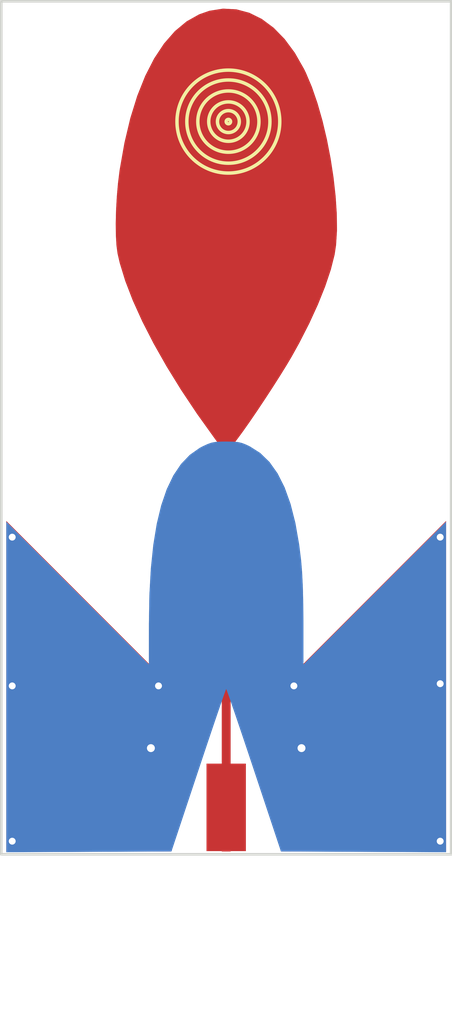
<source format=kicad_pcb>
(kicad_pcb (version 4) (host pcbnew 4.0.7)

  (general
    (links 0)
    (no_connects 0)
    (area 12.116999 129.718999 38.429001 179.399001)
    (thickness 1.6)
    (drawings 10)
    (tracks 8)
    (zones 0)
    (modules 3)
    (nets 1)
  )

  (page A4)
  (layers
    (0 F.Cu signal)
    (31 B.Cu signal)
    (32 B.Adhes user)
    (33 F.Adhes user)
    (34 B.Paste user)
    (35 F.Paste user)
    (36 B.SilkS user)
    (37 F.SilkS user)
    (38 B.Mask user)
    (39 F.Mask user)
    (40 Dwgs.User user)
    (41 Cmts.User user)
    (42 Eco1.User user)
    (43 Eco2.User user)
    (44 Edge.Cuts user)
    (45 Margin user)
    (46 B.CrtYd user)
    (47 F.CrtYd user)
    (48 B.Fab user)
    (49 F.Fab user)
  )

  (setup
    (last_trace_width 0.25)
    (trace_clearance 0.2)
    (zone_clearance 0.508)
    (zone_45_only yes)
    (trace_min 0.2)
    (segment_width 0.2)
    (edge_width 0.15)
    (via_size 0.6)
    (via_drill 0.4)
    (via_min_size 0.4)
    (via_min_drill 0.3)
    (uvia_size 0.3)
    (uvia_drill 0.1)
    (uvias_allowed no)
    (uvia_min_size 0.2)
    (uvia_min_drill 0.1)
    (pcb_text_width 0.3)
    (pcb_text_size 1.5 1.5)
    (mod_edge_width 0.15)
    (mod_text_size 1 1)
    (mod_text_width 0.15)
    (pad_size 1.524 1.524)
    (pad_drill 0.762)
    (pad_to_mask_clearance 0.2)
    (aux_axis_origin 0 0)
    (visible_elements FFFFFF7F)
    (pcbplotparams
      (layerselection 0x00030_80000001)
      (usegerberextensions false)
      (excludeedgelayer true)
      (linewidth 0.100000)
      (plotframeref false)
      (viasonmask false)
      (mode 1)
      (useauxorigin false)
      (hpglpennumber 1)
      (hpglpenspeed 20)
      (hpglpendiameter 15)
      (hpglpenoverlay 2)
      (psnegative false)
      (psa4output false)
      (plotreference true)
      (plotvalue true)
      (plotinvisibletext false)
      (padsonsilk false)
      (subtractmaskfromsilk false)
      (outputformat 1)
      (mirror false)
      (drillshape 1)
      (scaleselection 1)
      (outputdirectory ""))
  )

  (net 0 "")

  (net_class Default "This is the default net class."
    (clearance 0.2)
    (trace_width 0.25)
    (via_dia 0.6)
    (via_drill 0.4)
    (uvia_dia 0.3)
    (uvia_drill 0.1)
  )

  (module Desktop:58antenna1 (layer F.Cu) (tedit 0) (tstamp 5B0F8F28)
    (at 25.273 154.686)
    (fp_text reference Y* (at 0 0) (layer F.SilkS) hide
      (effects (font (thickness 0.3)))
    )
    (fp_text value Antenna (at 0.75 0) (layer F.SilkS) hide
      (effects (font (thickness 0.3)))
    )
    (fp_poly (pts (xy -8.001 10.075334) (xy -3.217333 14.858438) (xy -3.217333 24.468667) (xy -12.784666 24.468667)
      (xy -12.784666 5.292229) (xy -8.001 10.075334)) (layer F.Cu) (width 0.01))
    (fp_poly (pts (xy 0.592856 -24.421328) (xy 1.345827 -24.220438) (xy 2.068726 -23.863306) (xy 2.754895 -23.354196)
      (xy 3.397672 -22.697371) (xy 3.9904 -21.897094) (xy 4.526419 -20.957628) (xy 4.628428 -20.748791)
      (xy 4.980713 -19.917985) (xy 5.305209 -18.977328) (xy 5.597637 -17.953857) (xy 5.853717 -16.874606)
      (xy 6.06917 -15.76661) (xy 6.239715 -14.656903) (xy 6.361073 -13.572521) (xy 6.428965 -12.540498)
      (xy 6.43911 -11.587868) (xy 6.387229 -10.741668) (xy 6.301906 -10.177597) (xy 6.081251 -9.308913)
      (xy 5.755192 -8.338089) (xy 5.333137 -7.287452) (xy 4.824493 -6.17933) (xy 4.23867 -5.036047)
      (xy 3.812435 -4.269786) (xy 3.513389 -3.766176) (xy 3.139094 -3.162668) (xy 2.713877 -2.496325)
      (xy 2.262069 -1.804207) (xy 1.807999 -1.123376) (xy 1.375995 -0.490893) (xy 0.990386 0.056179)
      (xy 0.814995 0.296334) (xy 0.24919 1.058334) (xy 0.928928 1.082924) (xy 1.608667 1.107515)
      (xy 1.608667 4.318) (xy -1.100666 4.318) (xy -1.100666 6.519334) (xy 1.608667 6.519334)
      (xy 1.608667 9.736667) (xy -1.100666 9.736667) (xy -1.100666 11.938) (xy 1.608667 11.938)
      (xy 1.608667 15.155334) (xy 0.254 15.155334) (xy 0.254 24.468667) (xy -0.254 24.468667)
      (xy -0.254 14.647334) (xy 1.100667 14.647334) (xy 1.100667 12.446) (xy -1.608666 12.446)
      (xy -1.608666 9.228667) (xy 1.100667 9.228667) (xy 1.100667 7.027334) (xy -1.608666 7.027334)
      (xy -1.608666 3.81) (xy 1.100667 3.81) (xy 1.100667 1.608667) (xy 0.550334 1.608667)
      (xy 0.224936 1.596925) (xy 0.048098 1.559144) (xy 0 1.49935) (xy -0.048206 1.39435)
      (xy -0.180318 1.182936) (xy -0.377575 0.893351) (xy -0.621217 0.553843) (xy -0.688878 0.462183)
      (xy -1.694968 -0.940377) (xy -2.623623 -2.331033) (xy -3.468039 -3.696835) (xy -4.221414 -5.024834)
      (xy -4.876943 -6.302083) (xy -5.427823 -7.515632) (xy -5.86725 -8.652534) (xy -6.188421 -9.699839)
      (xy -6.314549 -10.244666) (xy -6.377401 -10.706293) (xy -6.41242 -11.300211) (xy -6.420489 -11.991829)
      (xy -6.40249 -12.746559) (xy -6.359305 -13.52981) (xy -6.291818 -14.306993) (xy -6.200912 -15.043517)
      (xy -6.190257 -15.115667) (xy -5.91369 -16.675287) (xy -5.573128 -18.103959) (xy -5.170638 -19.398026)
      (xy -4.708286 -20.553834) (xy -4.188139 -21.567727) (xy -3.612264 -22.43605) (xy -2.982726 -23.155149)
      (xy -2.301592 -23.721367) (xy -1.570929 -24.131051) (xy -0.976667 -24.337328) (xy -0.183529 -24.461712)
      (xy 0.592856 -24.421328)) (layer F.Cu) (width 0.01))
    (fp_poly (pts (xy 12.784667 24.468667) (xy 3.217334 24.468667) (xy 3.217334 14.858438) (xy 8.001 10.075334)
      (xy 12.784667 5.292229) (xy 12.784667 24.468667)) (layer F.Cu) (width 0.01))
  )

  (module Desktop:58antenna1-back (layer B.Cu) (tedit 0) (tstamp 5B0F8F47)
    (at 25.273 167.259)
    (fp_text reference Y* (at 0 0) (layer B.SilkS) hide
      (effects (font (thickness 0.3)) (justify mirror))
    )
    (fp_text value AntennaBack (at 0.75 0) (layer B.SilkS) hide
      (effects (font (thickness 0.3)) (justify mirror))
    )
    (fp_poly (pts (xy 0.396353 -11.890614) (xy 0.682314 -11.867535) (xy 0.916716 -11.814546) (xy 1.158389 -11.719768)
      (xy 1.369882 -11.619002) (xy 1.976049 -11.235287) (xy 2.514671 -10.71267) (xy 2.987095 -10.048156)
      (xy 3.394668 -9.238748) (xy 3.738738 -8.281452) (xy 4.02065 -7.173271) (xy 4.241752 -5.91121)
      (xy 4.356696 -4.976575) (xy 4.413036 -4.285001) (xy 4.45393 -3.43899) (xy 4.478866 -2.452778)
      (xy 4.487333 -1.340599) (xy 4.487334 -1.336232) (xy 4.487334 1.057685) (xy 8.636 -3.090334)
      (xy 12.784667 -7.238353) (xy 12.784667 11.939398) (xy 7.986598 11.917532) (xy 3.18853 11.895666)
      (xy 1.615999 7.1755) (xy 1.330604 6.321005) (xy 1.060437 5.516274) (xy 0.810305 4.775349)
      (xy 0.585016 4.112273) (xy 0.389378 3.541086) (xy 0.228197 3.075832) (xy 0.106281 2.73055)
      (xy 0.028437 2.519284) (xy 0 2.455333) (xy -0.033866 2.533368) (xy -0.116151 2.758112)
      (xy -0.242046 3.115523) (xy -0.406744 3.59156) (xy -0.605439 4.172179) (xy -0.833322 4.843341)
      (xy -1.085586 5.591002) (xy -1.357424 6.40112) (xy -1.615998 7.1755) (xy -3.188529 11.895666)
      (xy -7.986598 11.917532) (xy -12.784666 11.939398) (xy -12.784666 -7.238353) (xy -4.49254 1.052479)
      (xy -4.491648 -1.322538) (xy -4.46321 -3.003096) (xy -4.378477 -4.527231) (xy -4.236338 -5.89861)
      (xy -4.03568 -7.120897) (xy -3.775393 -8.197758) (xy -3.454365 -9.132861) (xy -3.071485 -9.929871)
      (xy -2.625641 -10.592454) (xy -2.115721 -11.124275) (xy -1.540614 -11.529002) (xy -1.369882 -11.619002)
      (xy -1.086555 -11.751219) (xy -0.852851 -11.833092) (xy -0.609938 -11.876504) (xy -0.298984 -11.893336)
      (xy 0 -11.895667) (xy 0.396353 -11.890614)) (layer B.Cu) (width 0.01))
  )

  (module Connectors_Molex:Molex_SMA_Jack_Edge_Mount (layer F.Cu) (tedit 5B0F152D) (tstamp 5B0F8F5D)
    (at 25.273 174.879 90)
    (descr "Molex SMA Jack, Edge Mount, http://www.molex.com/pdm_docs/sd/732511150_sd.pdf")
    (tags "sma edge")
    (attr smd)
    (fp_text reference "" (at -1.72 7.11 90) (layer F.SilkS)
      (effects (font (size 1 1) (thickness 0.15)))
    )
    (fp_text value "" (at -1.72 -7.11 90) (layer F.Fab)
      (effects (font (size 1 1) (thickness 0.15)))
    )
    (fp_line (start -4.76 -0.38) (end 0.49 -0.38) (layer F.Fab) (width 0.1))
    (fp_line (start -4.76 0.38) (end 0.49 0.38) (layer F.Fab) (width 0.1))
    (fp_line (start 0.49 -0.38) (end 0.49 0.38) (layer F.Fab) (width 0.1))
    (fp_line (start 0.49 3.75) (end 0.49 4.76) (layer F.Fab) (width 0.1))
    (fp_line (start 0.49 -4.76) (end 0.49 -3.75) (layer F.Fab) (width 0.1))
    (fp_line (start -14.29 -6.09) (end -14.29 6.09) (layer F.CrtYd) (width 0.05))
    (fp_line (start -14.29 6.09) (end 2.71 6.09) (layer F.CrtYd) (width 0.05))
    (fp_line (start 2.71 -6.09) (end 2.71 6.09) (layer B.CrtYd) (width 0.05))
    (fp_line (start -14.29 -6.09) (end 2.71 -6.09) (layer B.CrtYd) (width 0.05))
    (fp_line (start -14.29 -6.09) (end -14.29 6.09) (layer B.CrtYd) (width 0.05))
    (fp_line (start -14.29 6.09) (end 2.71 6.09) (layer B.CrtYd) (width 0.05))
    (fp_line (start 2.71 -6.09) (end 2.71 6.09) (layer F.CrtYd) (width 0.05))
    (fp_line (start 2.71 -6.09) (end -14.29 -6.09) (layer F.CrtYd) (width 0.05))
    (fp_line (start -4.76 -3.75) (end 0.49 -3.75) (layer F.Fab) (width 0.1))
    (fp_line (start -4.76 3.75) (end 0.49 3.75) (layer F.Fab) (width 0.1))
    (fp_line (start -13.79 -2.65) (end -5.91 -2.65) (layer F.Fab) (width 0.1))
    (fp_line (start -13.79 -2.65) (end -13.79 2.65) (layer F.Fab) (width 0.1))
    (fp_line (start -13.79 2.65) (end -5.91 2.65) (layer F.Fab) (width 0.1))
    (fp_line (start -4.76 -3.75) (end -4.76 3.75) (layer F.Fab) (width 0.1))
    (fp_line (start 0.49 -4.76) (end -5.91 -4.76) (layer F.Fab) (width 0.1))
    (fp_line (start -5.91 -4.76) (end -5.91 4.76) (layer F.Fab) (width 0.1))
    (fp_line (start -5.91 4.76) (end 0.49 4.76) (layer F.Fab) (width 0.1))
    (pad 1 smd rect (at -1.72 0 90) (size 5.08 2.29) (layers F.Cu F.Paste F.Mask))
    (pad 2 smd rect (at -1.72 -4.38 90) (size 5.08 2.42) (layers F.Cu F.Paste F.Mask))
    (pad 2 smd rect (at -1.72 4.38 90) (size 5.08 2.42) (layers F.Cu F.Paste F.Mask))
    (pad 2 smd rect (at -1.72 -4.38 90) (size 5.08 2.42) (layers B.Cu B.Paste B.Mask))
    (pad 2 smd rect (at -1.72 4.38 90) (size 5.08 2.42) (layers B.Cu B.Paste B.Mask))
    (pad 2 thru_hole circle (at 1.72 -4.38 90) (size 0.97 0.97) (drill 0.46) (layers *.Cu))
    (pad 2 thru_hole circle (at 1.72 4.38 90) (size 0.97 0.97) (drill 0.46) (layers *.Cu))
    (pad 2 smd rect (at 1.27 -4.38 90) (size 0.89 0.46) (layers F.Cu))
    (pad 2 smd rect (at 1.27 4.38 90) (size 0.89 0.46) (layers F.Cu))
    (pad 2 smd rect (at 1.27 -4.38 90) (size 0.89 0.46) (layers B.Cu))
    (pad 2 smd rect (at 1.27 4.38 90) (size 0.89 0.46) (layers B.Cu))
    (model ${KISYS3DMOD}/Connectors_Molex.3dshapes/Molex_SMA_Jack_Edge_Mount.wrl
      (at (xyz 0 0 0))
      (scale (xyz 1 1 1))
      (rotate (xyz 0 0 0))
    )
  )

  (gr_circle (center 25.4 136.779) (end 25.4 136.652) (layer F.SilkS) (width 0.2))
  (gr_circle (center 25.4 136.779) (end 25.4 136.144) (layer F.SilkS) (width 0.2))
  (gr_circle (center 25.4 136.779) (end 25.4 135.636) (layer F.SilkS) (width 0.2))
  (gr_circle (center 25.4 136.779) (end 25.4 135.001) (layer F.SilkS) (width 0.2))
  (gr_circle (center 25.4 136.779) (end 25.527 134.366) (layer F.SilkS) (width 0.2))
  (gr_circle (center 25.4 136.779) (end 28.321 137.414) (layer F.SilkS) (width 0.2))
  (gr_line (start 12.192 129.794) (end 12.192 179.324) (angle 90) (layer Edge.Cuts) (width 0.15))
  (gr_line (start 38.354 129.794) (end 12.192 129.794) (angle 90) (layer Edge.Cuts) (width 0.15))
  (gr_line (start 38.354 179.324) (end 38.354 129.794) (angle 90) (layer Edge.Cuts) (width 0.15))
  (gr_line (start 12.192 179.324) (end 38.354 179.324) (angle 90) (layer Edge.Cuts) (width 0.15))

  (via (at 12.827 169.545) (size 0.6) (drill 0.4) (layers F.Cu B.Cu) (net 0))
  (via (at 37.719 169.418) (size 0.6) (drill 0.4) (layers F.Cu B.Cu) (net 0))
  (via (at 29.21 169.545) (size 0.6) (drill 0.4) (layers F.Cu B.Cu) (net 0))
  (via (at 21.336 169.545) (size 0.6) (drill 0.4) (layers F.Cu B.Cu) (net 0))
  (via (at 37.719 178.562) (size 0.6) (drill 0.4) (layers F.Cu B.Cu) (net 0))
  (via (at 12.827 178.562) (size 0.6) (drill 0.4) (layers F.Cu B.Cu) (net 0))
  (via (at 12.827 160.909) (size 0.6) (drill 0.4) (layers F.Cu B.Cu) (net 0))
  (via (at 37.719 160.909) (size 0.6) (drill 0.4) (layers F.Cu B.Cu) (net 0))

  (zone (net 0) (net_name "") (layer F.Cu) (tstamp 5B0F902A) (hatch edge 0.508)
    (connect_pads (clearance 0.508))
    (min_thickness 0.254)
    (keepout (tracks not_allowed) (vias not_allowed) (copperpour allowed))
    (fill (arc_segments 16) (thermal_gap 0.508) (thermal_bridge_width 0.508))
    (polygon
      (pts
        (xy 22.225 139.827) (xy 22.225 133.731) (xy 28.448 133.604) (xy 28.448 133.731) (xy 28.448 139.827)
      )
    )
  )
)

</source>
